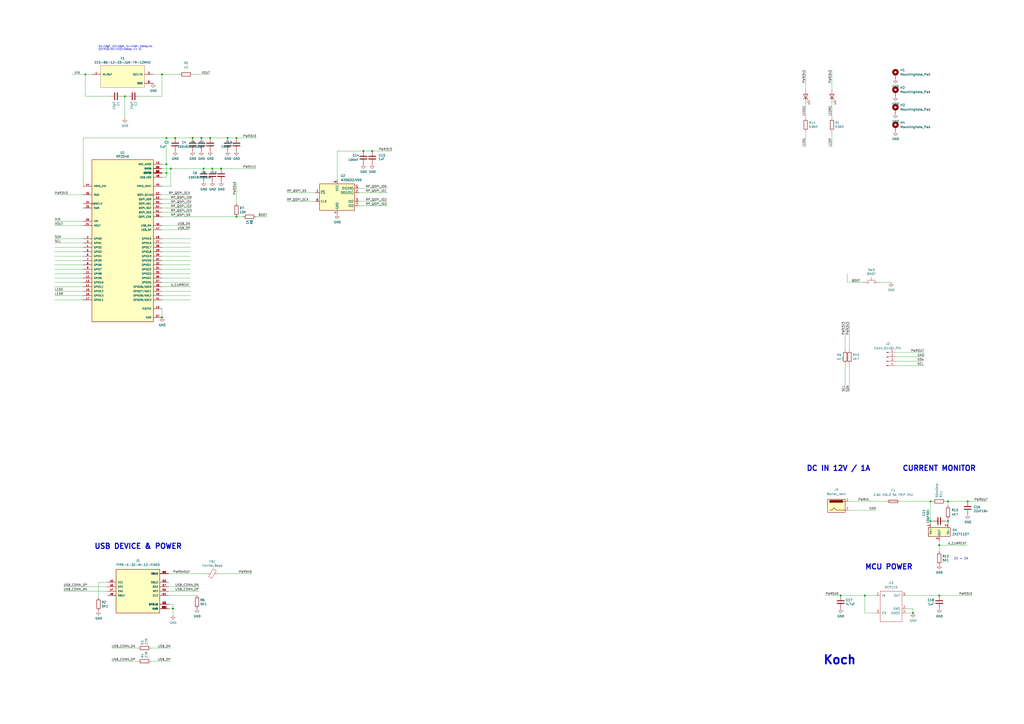
<source format=kicad_sch>
(kicad_sch (version 20231120) (generator "eeschema") (generator_version "8.0")
  (paper "A2")
  (title_block (title "Autofeeder System Controller") (date "2024-07-23") (rev "V0") (company "Copyright © 2024 Lone Dynamics Corporation"))
  (lib_symbols
    (symbol "Amplifier_Current:ZXCT1107" (pin_names (offset 0.254))
      (property "Reference" "U" (at 7.62 1.27 0))
      (property "Value" "ZXCT1107" (at 7.62 -1.27 0))
      (symbol "ZXCT1107_0_1"
        (rectangle (start -6.35 2.54) (end 6.35 -2.54) (stroke (width 0.254)) (fill (type background)))
      )
      (symbol "ZXCT1107_1_1"
        (pin input line (at -5.08 5.08 270) (length 2.54) (name "Vs+") (number "1"))
        (pin input line (at 5.08 5.08 270) (length 2.54) (name "Vs-") (number "2"))
        (pin output line (at 0 -5.08 90) (length 2.54) (name "OUT") (number "3"))
      )
    )
    (symbol "Connector:Barrel_Jack" (pin_names (offset 1.016))
      (property "Reference" "J" (at 0 5.334 0))
      (property "Value" "Barrel_Jack" (at 0 -5.08 0))
      (symbol "Barrel_Jack_0_1"
        (rectangle (start -5.08 3.81) (end 5.08 -3.81) (stroke (width 0.254)) (fill (type background)))
        (arc (start -3.302 3.175) (mid -3.9342 2.54) (end -3.302 1.905) (stroke (width 0.254)))
        (arc (start -3.302 3.175) (mid -3.9342 2.54) (end -3.302 1.905) (stroke (width 0.254)) (fill (type outline)))
        (polyline (pts (xy 5.08 2.54) (xy 3.81 2.54)) (stroke (width 0.254)))
        (polyline (pts (xy -3.81 -2.54) (xy -2.54 -2.54) (xy -1.27 -1.27) (xy 0 -2.54) (xy 2.54 -2.54) (xy 5.08 -2.54)) (stroke (width 0.254)))
        (rectangle (start 3.683 3.175) (end -3.302 1.905) (stroke (width 0.254)) (fill (type outline)))
      )
      (symbol "Barrel_Jack_1_1"
        (pin passive line (at 7.62 2.54 180) (length 2.54) (name "~") (number "1"))
        (pin passive line (at 7.62 -2.54 180) (length 2.54) (name "~") (number "2"))
      )
    )
    (symbol "Connector:Conn_01x04_Pin" (pin_names (offset 1.016) hide)
      (property "Reference" "J" (at 0 5.08 0))
      (property "Value" "Conn_01x04_Pin" (at 0 -7.62 0))
      (symbol "Conn_01x04_Pin_1_1"
        (polyline (pts (xy 1.27 -5.08) (xy 0.8636 -5.08)) (stroke (width 0.1524)))
        (polyline (pts (xy 1.27 -2.54) (xy 0.8636 -2.54)) (stroke (width 0.1524)))
        (polyline (pts (xy 1.27 0) (xy 0.8636 0)) (stroke (width 0.1524)))
        (polyline (pts (xy 1.27 2.54) (xy 0.8636 2.54)) (stroke (width 0.1524)))
        (rectangle (start 0.8636 -4.953) (end 0 -5.207) (stroke (width 0.1524)) (fill (type outline)))
        (rectangle (start 0.8636 -2.413) (end 0 -2.667) (stroke (width 0.1524)) (fill (type outline)))
        (rectangle (start 0.8636 0.127) (end 0 -0.127) (stroke (width 0.1524)) (fill (type outline)))
        (rectangle (start 0.8636 2.667) (end 0 2.413) (stroke (width 0.1524)) (fill (type outline)))
        (pin passive line (at 5.08 2.54 180) (length 3.81) (name "Pin_1") (number "1"))
        (pin passive line (at 5.08 0 180) (length 3.81) (name "Pin_2") (number "2"))
        (pin passive line (at 5.08 -2.54 180) (length 3.81) (name "Pin_3") (number "3"))
        (pin passive line (at 5.08 -5.08 180) (length 3.81) (name "Pin_4") (number "4"))
      )
    )
    (symbol "Device:C" (pin_numbers hide) (pin_names (offset 0.254))
      (property "Reference" "C" (at 0.635 2.54 0))
      (property "Value" "C" (at 0.635 -2.54 0))
      (symbol "C_0_1"
        (polyline (pts (xy -2.032 -0.762) (xy 2.032 -0.762)) (stroke (width 0.508)))
        (polyline (pts (xy -2.032 0.762) (xy 2.032 0.762)) (stroke (width 0.508)))
      )
      (symbol "C_1_1"
        (pin passive line (at 0 3.81 270) (length 2.794) (name "~") (number "1"))
        (pin passive line (at 0 -3.81 90) (length 2.794) (name "~") (number "2"))
      )
    )
    (symbol "Device:Ferrite_Bead" (pin_numbers hide) (pin_names (offset 0))
      (property "Reference" "FB" (at -3.81 0.635 90))
      (property "Value" "Device_Ferrite_Bead" (at 3.81 0 90))
      (symbol "Ferrite_Bead_0_1"
        (polyline (pts (xy 0 -1.27) (xy 0 -1.2192)))
        (polyline (pts (xy 0 1.27) (xy 0 1.2954)))
        (polyline (pts (xy -2.7686 0.4064) (xy -1.7018 2.2606) (xy 2.7686 -0.3048) (xy 1.6764 -2.159) (xy -2.7686 0.4064)))
      )
      (symbol "Ferrite_Bead_1_1"
        (pin passive line (at 0 3.81 270) (length 2.54) (name "~") (number "1"))
        (pin passive line (at 0 -3.81 90) (length 2.54) (name "~") (number "2"))
      )
    )
    (symbol "Device:Fuse" (pin_numbers hide) (pin_names (offset 0))
      (property "Reference" "F" (at 2.032 0 90))
      (property "Value" "Fuse" (at -1.905 0 90))
      (symbol "Fuse_0_1"
        (rectangle (start -0.762 -2.54) (end 0.762 2.54) (stroke (width 0.254)))
        (polyline (pts (xy 0 2.54) (xy 0 -2.54)))
      )
      (symbol "Fuse_1_1"
        (pin passive line (at 0 3.81 270) (length 1.27) (name "~") (number "1"))
        (pin passive line (at 0 -3.81 90) (length 1.27) (name "~") (number "2"))
      )
    )
    (symbol "Device:LED" (pin_numbers hide) (pin_names (offset 1.016) hide)
      (property "Reference" "D" (at 0 2.54 0))
      (property "Value" "LED" (at 0 -2.54 0))
      (symbol "LED_0_1"
        (polyline (pts (xy -1.27 -1.27) (xy -1.27 1.27)) (stroke (width 0.254)))
        (polyline (pts (xy -1.27 0) (xy 1.27 0)))
        (polyline (pts (xy 1.27 -1.27) (xy 1.27 1.27) (xy -1.27 0) (xy 1.27 -1.27)) (stroke (width 0.254)))
        (polyline (pts (xy -3.048 -0.762) (xy -4.572 -2.286) (xy -3.81 -2.286) (xy -4.572 -2.286) (xy -4.572 -1.524)))
        (polyline (pts (xy -1.778 -0.762) (xy -3.302 -2.286) (xy -2.54 -2.286) (xy -3.302 -2.286) (xy -3.302 -1.524)))
      )
      (symbol "LED_1_1"
        (pin passive line (at -3.81 0 0) (length 2.54) (name "K") (number "1"))
        (pin passive line (at 3.81 0 180) (length 2.54) (name "A") (number "2"))
      )
    )
    (symbol "Device:R" (pin_numbers hide) (pin_names (offset 0))
      (property "Reference" "R" (at 2.032 0 90))
      (property "Value" "R" (at 0 0 90))
      (symbol "R_0_1"
        (rectangle (start -1.016 -2.54) (end 1.016 2.54) (stroke (width 0.254)))
      )
      (symbol "R_1_1"
        (pin passive line (at 0 3.81 270) (length 1.27) (name "~") (number "1"))
        (pin passive line (at 0 -3.81 90) (length 1.27) (name "~") (number "2"))
      )
    )
    (symbol "Mechanical:MountingHole_Pad" (pin_numbers hide) (pin_names (offset 1.016) hide)
      (property "Reference" "H" (at 0 6.35 0))
      (property "Value" "MountingHole_Pad" (at 0 4.445 0))
      (symbol "MountingHole_Pad_0_1"
        (circle (center 0 1.27) (radius 1.27) (stroke (width 1.27)))
      )
      (symbol "MountingHole_Pad_1_1"
        (pin input line (at 0 -2.54 90) (length 2.54) (name "1") (number "1"))
      )
    )
    (symbol "Memory_Flash:W25Q32JVSS"
      (property "Reference" "U" (at -8.89 8.89 0))
      (property "Value" "W25Q32JVSS" (at 7.62 8.89 0))
      (symbol "W25Q32JVSS_0_1"
        (rectangle (start -10.16 7.62) (end 10.16 -7.62) (stroke (width 0.254)) (fill (type background)))
      )
      (symbol "W25Q32JVSS_1_1"
        (pin input line (at -12.7 2.54 0) (length 2.54) (name "~{CS}") (number "1"))
        (pin bidirectional line (at 12.7 2.54 180) (length 2.54) (name "DO(IO1)") (number "2"))
        (pin bidirectional line (at 12.7 -2.54 180) (length 2.54) (name "IO2") (number "3"))
        (pin power_in line (at 0 -10.16 90) (length 2.54) (name "GND") (number "4"))
        (pin bidirectional line (at 12.7 5.08 180) (length 2.54) (name "DI(IO0)") (number "5"))
        (pin input line (at -12.7 -2.54 0) (length 2.54) (name "CLK") (number "6"))
        (pin bidirectional line (at 12.7 -5.08 180) (length 2.54) (name "IO3") (number "7"))
        (pin power_in line (at 0 10.16 270) (length 2.54) (name "VCC") (number "8"))
      )
    )
    (symbol "Switch:SW_Push" (pin_numbers hide) (pin_names (offset 1.016) hide)
      (property "Reference" "SW" (at 1.27 2.54 0))
      (property "Value" "SW_Push" (at 0 -1.524 0))
      (symbol "SW_Push_0_1"
        (circle (center -2.032 0) (radius 0.508))
        (polyline (pts (xy 0 1.27) (xy 0 3.048)))
        (polyline (pts (xy 2.54 1.27) (xy -2.54 1.27)))
        (circle (center 2.032 0) (radius 0.508))
        (pin passive line (at -5.08 0 0) (length 2.54) (name "1") (number "1"))
        (pin passive line (at 5.08 0 180) (length 2.54) (name "2") (number "2"))
      )
    )
    (symbol "ld-crystals:ECS-80-12-33-JGN-TR" (pin_names (offset 1.016))
      (property "Reference" "Y" (at -12.7254 7.62 0))
      (property "Value" "ld-crystals_ECS-80-12-33-JGN-TR" (at -12.7254 -7.62 0))
      (symbol "ECS-80-12-33-JGN-TR_0_0"
        (rectangle (start -12.7 -5.08) (end 12.7 7.62) (stroke (width 0.127)) (fill (type background)))
        (pin bidirectional line (at -17.78 2.54 0) (length 5.08) (name "IN/OUT") (number "1"))
        (pin power_in line (at 17.78 -2.54 180) (length 5.08) (name "GND") (number "2"))
        (pin bidirectional line (at 17.78 2.54 180) (length 5.08) (name "OUT/IN") (number "3"))
        (pin power_in line (at 17.78 -2.54 180) (length 5.08) (name "GND") (number "4"))
      )
    )
    (symbol "ld-power:NCP115" (pin_names (offset 1.016))
      (property "Reference" "U" (at 0 3.81 0))
      (property "Value" "NCP115" (at 0 -3.81 0))
      (symbol "NCP115_0_1"
        (rectangle (start -6.35 2.54) (end 6.35 -15.24))
      )
      (symbol "NCP115_1_1"
        (pin bidirectional line (at -8.89 0 0) (length 2.54) (name "IN") (number "1"))
        (pin bidirectional line (at 8.89 -7.62 180) (length 2.54) (name "GND") (number "2"))
        (pin bidirectional line (at -8.89 -10.16 0) (length 2.54) (name "EN") (number "3"))
        (pin bidirectional line (at 8.89 -10.16 180) (length 2.54) (name "GND2") (number "4"))
        (pin bidirectional line (at 8.89 0 180) (length 2.54) (name "OUT") (number "5"))
      )
    )
    (symbol "ld-usbc:TYPE-C-31-M-12-FIXED" (pin_names (offset 1.016))
      (property "Reference" "J1" (at 0 17.78 0))
      (property "Value" "TYPE-C-31-M-12-FIXED" (at 0 15.24 0))
      (symbol "TYPE-C-31-M-12-FIXED_0_0"
        (rectangle (start -12.7 -12.7) (end 12.7 12.7) (stroke (width 0.254)) (fill (type background)))
        (pin power_in line (at 17.78 -10.16 180) (length 5.08) (name "GND") (number "A1"))
        (pin power_in line (at 17.78 -10.16 180) (length 5.08) (name "GND") (number "A12"))
        (pin power_in line (at 17.78 10.16 180) (length 5.08) (name "VBUS") (number "A4"))
        (pin bidirectional line (at -17.78 5.08 0) (length 5.08) (name "CC1") (number "A5"))
        (pin bidirectional line (at -17.78 2.54 0) (length 5.08) (name "DP1") (number "A6"))
        (pin bidirectional line (at -17.78 0 0) (length 5.08) (name "DN1") (number "A7"))
        (pin bidirectional line (at -17.78 -2.54 0) (length 5.08) (name "SBU1") (number "A8"))
        (pin power_in line (at 17.78 10.16 180) (length 5.08) (name "VBUS") (number "A9"))
        (pin power_in line (at 17.78 -10.16 180) (length 5.08) (name "GND") (number "B1"))
        (pin power_in line (at 17.78 -10.16 180) (length 5.08) (name "GND") (number "B12"))
        (pin power_in line (at 17.78 10.16 180) (length 5.08) (name "VBUS") (number "B4"))
        (pin bidirectional line (at 17.78 -2.54 180) (length 5.08) (name "CC2") (number "B5"))
        (pin bidirectional line (at 17.78 0 180) (length 5.08) (name "DP2") (number "B6"))
        (pin bidirectional line (at 17.78 2.54 180) (length 5.08) (name "DN2") (number "B7"))
        (pin bidirectional line (at 17.78 5.08 180) (length 5.08) (name "SBU2") (number "B8"))
        (pin power_in line (at 17.78 10.16 180) (length 5.08) (name "VBUS") (number "B9"))
        (pin passive line (at 17.78 -7.62 180) (length 5.08) (name "SHIELD") (number "S1"))
        (pin passive line (at 17.78 -7.62 180) (length 5.08) (name "SHIELD") (number "S2"))
        (pin passive line (at 17.78 -7.62 180) (length 5.08) (name "SHIELD") (number "S3"))
        (pin passive line (at 17.78 -7.62 180) (length 5.08) (name "SHIELD") (number "S4"))
      )
    )
    (symbol "power:GND" (power) (pin_names (offset 0))
      (property "Value" "GND" (at 0 -3.81 0))
      (symbol "GND_0_1"
        (polyline (pts (xy 0 0) (xy 0 -1.27) (xy 1.27 -1.27) (xy 0 -2.54) (xy -1.27 -1.27) (xy 0 -1.27)))
      )
      (symbol "GND_1_1"
        (pin power_in line (at 0 0 270) (length 0) hide (name "GND") (number "1"))
      )
    )
    (symbol "rp2040:RP2040" (pin_names (offset 1.016))
      (property "Reference" "U" (at -17.78 50.8 0))
      (property "Value" "rp2040_RP2040" (at -17.78 -48.26 0))
      (symbol "RP2040_0_0"
        (rectangle (start -17.78 -45.72) (end 17.78 48.26) (stroke (width 0.254)) (fill (type background)))
        (pin power_in line (at 22.86 40.64 180) (length 5.08) (name "IOVDD") (number "1"))
        (pin power_in line (at 22.86 40.64 180) (length 5.08) (name "IOVDD") (number "10"))
        (pin bidirectional line (at -22.86 -17.78 0) (length 5.08) (name "GPIO8") (number "11"))
        (pin bidirectional line (at -22.86 -20.32 0) (length 5.08) (name "GPIO9") (number "12"))
        (pin bidirectional line (at -22.86 -22.86 0) (length 5.08) (name "GPIO10") (number "13"))
        (pin bidirectional line (at -22.86 -25.4 0) (length 5.08) (name "GPIO11") (number "14"))
        (pin bidirectional line (at -22.86 -27.94 0) (length 5.08) (name "GPIO12") (number "15"))
        (pin bidirectional line (at -22.86 -30.48 0) (length 5.08) (name "GPIO13") (number "16"))
        (pin bidirectional line (at -22.86 -33.02 0) (length 5.08) (name "GPIO14") (number "17"))
        (pin bidirectional line (at 22.86 2.54 180) (length 5.08) (name "GPIO15") (number "18"))
        (pin passive line (at 22.86 -38.1 180) (length 5.08) (name "TESTEN") (number "19"))
        (pin bidirectional line (at -22.86 2.54 0) (length 5.08) (name "GPIO0") (number "2"))
        (pin input line (at -22.86 12.7 0) (length 5.08) (name "XIN") (number "20"))
        (pin output line (at -22.86 10.16 0) (length 5.08) (name "XOUT") (number "21"))
        (pin power_in line (at 22.86 40.64 180) (length 5.08) (name "IOVDD") (number "22"))
        (pin power_in line (at 22.86 43.18 180) (length 5.08) (name "DVDD") (number "23"))
        (pin input clock (at -22.86 22.86 0) (length 5.08) (name "SWCLK") (number "24"))
        (pin bidirectional line (at -22.86 20.32 0) (length 5.08) (name "SWD") (number "25"))
        (pin input line (at -22.86 27.94 0) (length 5.08) (name "RUN") (number "26"))
        (pin bidirectional line (at 22.86 0 180) (length 5.08) (name "GPIO16") (number "27"))
        (pin bidirectional line (at 22.86 -2.54 180) (length 5.08) (name "GPIO17") (number "28"))
        (pin bidirectional line (at 22.86 -5.08 180) (length 5.08) (name "GPIO18") (number "29"))
        (pin bidirectional line (at -22.86 0 0) (length 5.08) (name "GPIO1") (number "3"))
        (pin bidirectional line (at 22.86 -7.62 180) (length 5.08) (name "GPIO19") (number "30"))
        (pin bidirectional line (at 22.86 -10.16 180) (length 5.08) (name "GPIO20") (number "31"))
        (pin bidirectional line (at 22.86 -12.7 180) (length 5.08) (name "GPIO21") (number "32"))
        (pin power_in line (at 22.86 40.64 180) (length 5.08) (name "IOVDD") (number "33"))
        (pin bidirectional line (at 22.86 -15.24 180) (length 5.08) (name "GPIO22") (number "34"))
        (pin bidirectional line (at 22.86 -17.78 180) (length 5.08) (name "GPIO23") (number "35"))
        (pin bidirectional line (at 22.86 -20.32 180) (length 5.08) (name "GPIO24") (number "36"))
        (pin bidirectional line (at 22.86 -22.86 180) (length 5.08) (name "GPIO25") (number "37"))
        (pin bidirectional line (at 22.86 -25.4 180) (length 5.08) (name "GPIO26/ADC0") (number "38"))
        (pin bidirectional line (at 22.86 -27.94 180) (length 5.08) (name "GPIO27/ADC1") (number "39"))
        (pin bidirectional line (at -22.86 -2.54 0) (length 5.08) (name "GPIO2") (number "4"))
        (pin bidirectional line (at 22.86 -30.48 180) (length 5.08) (name "GPIO28/ADC2") (number "40"))
        (pin bidirectional line (at 22.86 -33.02 180) (length 5.08) (name "GPIO29/ADC3") (number "41"))
        (pin power_in line (at 22.86 40.64 180) (length 5.08) (name "IOVDD") (number "42"))
        (pin power_in line (at 22.86 45.72 180) (length 5.08) (name "ADC_AVDD") (number "43"))
        (pin input line (at -22.86 33.02 0) (length 5.08) (name "VREG_VIN") (number "44"))
        (pin output line (at 22.86 33.02 180) (length 5.08) (name "VREG_VOUT") (number "45"))
        (pin bidirectional line (at 22.86 10.16 180) (length 5.08) (name "USB_DM") (number "46"))
        (pin bidirectional line (at 22.86 7.62 180) (length 5.08) (name "USB_DP") (number "47"))
        (pin power_in line (at 22.86 38.1 180) (length 5.08) (name "USB_VDD") (number "48"))
        (pin power_in line (at 22.86 40.64 180) (length 5.08) (name "IOVDD") (number "49"))
        (pin bidirectional line (at -22.86 -5.08 0) (length 5.08) (name "GPIO3") (number "5"))
        (pin power_in line (at 22.86 43.18 180) (length 5.08) (name "DVDD") (number "50"))
        (pin bidirectional line (at 22.86 17.78 180) (length 5.08) (name "QSPI_SD3") (number "51"))
        (pin bidirectional clock (at 22.86 27.94 180) (length 5.08) (name "QSPI_SCLK") (number "52"))
        (pin bidirectional line (at 22.86 25.4 180) (length 5.08) (name "QSPI_SD0") (number "53"))
        (pin bidirectional line (at 22.86 20.32 180) (length 5.08) (name "QSPI_SD2") (number "54"))
        (pin bidirectional line (at 22.86 22.86 180) (length 5.08) (name "QSPI_SD1") (number "55"))
        (pin bidirectional line (at 22.86 15.24 180) (length 5.08) (name "QSPI_CSN") (number "56"))
        (pin power_in line (at 22.86 -43.18 180) (length 5.08) (name "GND") (number "57"))
        (pin bidirectional line (at -22.86 -7.62 0) (length 5.08) (name "GPIO4") (number "6"))
        (pin bidirectional line (at -22.86 -10.16 0) (length 5.08) (name "GPIO5") (number "7"))
        (pin bidirectional line (at -22.86 -12.7 0) (length 5.08) (name "GPIO6") (number "8"))
        (pin bidirectional line (at -22.86 -15.24 0) (length 5.08) (name "GPIO7") (number "9"))
      )
    )
  )
  (junction (at 49.53 43.18))
  (junction (at 93.98 43.18))
  (junction (at 111.76 80.01))
  (junction (at 549.91 290.83))
  (junction (at 137.16 125.73))
  (junction (at 101.6 80.01))
  (junction (at 121.92 80.01))
  (junction (at 100.33 353.06))
  (junction (at 549.91 302.26))
  (junction (at 544.83 345.44))
  (junction (at 99.06 97.79))
  (junction (at 118.11 97.79))
  (junction (at 96.52 80.01))
  (junction (at 93.98 184.15))
  (junction (at 215.9 87.63))
  (junction (at 210.82 87.63))
  (junction (at 116.84 80.01))
  (junction (at 539.75 290.83))
  (junction (at 128.27 97.79))
  (junction (at 544.83 316.23))
  (junction (at 123.19 97.79))
  (junction (at 561.34 290.83))
  (junction (at 96.52 95.25))
  (junction (at 539.75 302.26))
  (junction (at 501.65 345.44))
  (junction (at 132.08 80.01))
  (junction (at 72.39 55.88))
  (junction (at 137.16 80.01))
  (junction (at 529.59 355.6))
  (junction (at 487.68 345.44))
  (junction (at 96.52 100.33))
  (wire (pts (xy 48.26 107.95) (xy 48.26 80.01)))
  (wire (pts (xy 48.26 113.03) (xy 31.75 113.03)))
  (wire (pts (xy 111.76 80.01) (xy 116.84 80.01)))
  (wire (pts (xy 492.76 227.33) (xy 492.76 210.82)))
  (wire (pts (xy 491.49 163.83) (xy 500.38 163.83)))
  (wire (pts (xy 110.49 146.05) (xy 93.98 146.05)))
  (wire (pts (xy 96.52 95.25) (xy 96.52 80.01)))
  (wire (pts (xy 97.79 340.36) (xy 115.57 340.36)))
  (wire (pts (xy 110.49 166.37) (xy 93.98 166.37)))
  (wire (pts (xy 539.75 290.83) (xy 539.75 302.26)))
  (wire (pts (xy 93.98 107.95) (xy 99.06 107.95)))
  (wire (pts (xy 93.98 100.33) (xy 96.52 100.33)))
  (wire (pts (xy 36.83 340.36) (xy 62.23 340.36)))
  (wire (pts (xy 110.49 133.35) (xy 93.98 133.35)))
  (wire (pts (xy 544.83 313.69) (xy 544.83 316.23)))
  (wire (pts (xy 137.16 80.01) (xy 148.59 80.01)))
  (wire (pts (xy 93.98 55.88) (xy 93.98 43.18)))
  (wire (pts (xy 535.94 209.55) (xy 519.43 209.55)))
  (wire (pts (xy 210.82 87.63) (xy 215.9 87.63)))
  (wire (pts (xy 64.77 383.54) (xy 80.01 383.54)))
  (wire (pts (xy 128.27 97.79) (xy 148.59 97.79)))
  (wire (pts (xy 97.79 350.52) (xy 100.33 350.52)))
  (wire (pts (xy 110.49 168.91) (xy 93.98 168.91)))
  (wire (pts (xy 48.26 148.59) (xy 31.75 148.59)))
  (wire (pts (xy 110.49 151.13) (xy 93.98 151.13)))
  (wire (pts (xy 53.34 43.18) (xy 49.53 43.18)))
  (wire (pts (xy 516.89 163.83) (xy 510.54 163.83)))
  (wire (pts (xy 544.83 345.44) (xy 525.78 345.44)))
  (wire (pts (xy 525.78 355.6) (xy 529.59 355.6)))
  (wire (pts (xy 93.98 125.73) (xy 137.16 125.73)))
  (wire (pts (xy 549.91 300.99) (xy 549.91 302.26)))
  (wire (pts (xy 96.52 100.33) (xy 96.52 95.25)))
  (wire (pts (xy 549.91 290.83) (xy 549.91 293.37)))
  (wire (pts (xy 96.52 102.87) (xy 96.52 100.33)))
  (wire (pts (xy 64.77 375.92) (xy 80.01 375.92)))
  (wire (pts (xy 110.49 123.19) (xy 93.98 123.19)))
  (wire (pts (xy 87.63 383.54) (xy 99.06 383.54)))
  (wire (pts (xy 135.89 106.68) (xy 137.16 106.68)))
  (wire (pts (xy 110.49 161.29) (xy 93.98 161.29)))
  (wire (pts (xy 492.76 295.91) (xy 508 295.91)))
  (wire (pts (xy 132.08 80.01) (xy 137.16 80.01)))
  (wire (pts (xy 48.26 138.43) (xy 31.75 138.43)))
  (wire (pts (xy 100.33 353.06) (xy 97.79 353.06)))
  (wire (pts (xy 544.83 345.44) (xy 563.88 345.44)))
  (wire (pts (xy 110.49 130.81) (xy 93.98 130.81)))
  (wire (pts (xy 492.76 290.83) (xy 514.35 290.83)))
  (wire (pts (xy 36.83 342.9) (xy 62.23 342.9)))
  (wire (pts (xy 97.79 342.9) (xy 115.57 342.9)))
  (wire (pts (xy 123.19 97.79) (xy 128.27 97.79)))
  (wire (pts (xy 487.68 345.44) (xy 501.65 345.44)))
  (wire (pts (xy 539.75 290.83) (xy 541.02 290.83)))
  (wire (pts (xy 57.15 346.71) (xy 57.15 337.82)))
  (wire (pts (xy 48.26 130.81) (xy 31.75 130.81)))
  (wire (pts (xy 110.49 173.99) (xy 93.98 173.99)))
  (wire (pts (xy 492.76 203.2) (xy 492.76 186.69)))
  (wire (pts (xy 561.34 290.83) (xy 572.77 290.83)))
  (wire (pts (xy 529.59 353.06) (xy 529.59 355.6)))
  (wire (pts (xy 96.52 80.01) (xy 101.6 80.01)))
  (wire (pts (xy 491.49 158.75) (xy 491.49 163.83)))
  (wire (pts (xy 93.98 97.79) (xy 99.06 97.79)))
  (wire (pts (xy 195.58 87.63) (xy 195.58 104.14)))
  (wire (pts (xy 490.22 227.33) (xy 490.22 210.82)))
  (wire (pts (xy 119.38 332.74) (xy 97.79 332.74)))
  (wire (pts (xy 48.26 153.67) (xy 31.75 153.67)))
  (wire (pts (xy 482.6 85.09) (xy 482.6 76.2)))
  (wire (pts (xy 467.36 85.09) (xy 467.36 76.2)))
  (wire (pts (xy 72.39 55.88) (xy 71.12 55.88)))
  (wire (pts (xy 501.65 355.6) (xy 501.65 345.44)))
  (wire (pts (xy 110.49 115.57) (xy 93.98 115.57)))
  (wire (pts (xy 49.53 55.88) (xy 49.53 43.18)))
  (wire (pts (xy 48.26 171.45) (xy 31.75 171.45)))
  (wire (pts (xy 48.26 140.97) (xy 31.75 140.97)))
  (wire (pts (xy 110.49 140.97) (xy 93.98 140.97)))
  (wire (pts (xy 48.26 80.01) (xy 96.52 80.01)))
  (wire (pts (xy 137.16 106.68) (xy 137.16 118.11)))
  (wire (pts (xy 72.39 55.88) (xy 72.39 68.58)))
  (wire (pts (xy 110.49 156.21) (xy 93.98 156.21)))
  (wire (pts (xy 224.79 109.22) (xy 208.28 109.22)))
  (wire (pts (xy 482.6 68.58) (xy 482.6 59.69)))
  (wire (pts (xy 99.06 107.95) (xy 99.06 97.79)))
  (wire (pts (xy 41.91 43.18) (xy 49.53 43.18)))
  (wire (pts (xy 490.22 203.2) (xy 490.22 186.69)))
  (wire (pts (xy 93.98 43.18) (xy 88.9 43.18)))
  (wire (pts (xy 48.26 146.05) (xy 31.75 146.05)))
  (wire (pts (xy 111.76 43.18) (xy 121.92 43.18)))
  (wire (pts (xy 224.79 116.84) (xy 208.28 116.84)))
  (wire (pts (xy 110.49 148.59) (xy 93.98 148.59)))
  (wire (pts (xy 48.26 143.51) (xy 31.75 143.51)))
  (wire (pts (xy 478.79 345.44) (xy 487.68 345.44)))
  (wire (pts (xy 48.26 163.83) (xy 31.75 163.83)))
  (wire (pts (xy 224.79 111.76) (xy 208.28 111.76)))
  (wire (pts (xy 100.33 356.87) (xy 100.33 353.06)))
  (wire (pts (xy 110.49 138.43) (xy 93.98 138.43)))
  (wire (pts (xy 57.15 337.82) (xy 62.23 337.82)))
  (wire (pts (xy 467.36 52.07) (xy 467.36 40.64)))
  (wire (pts (xy 110.49 171.45) (xy 93.98 171.45)))
  (wire (pts (xy 73.66 55.88) (xy 72.39 55.88)))
  (wire (pts (xy 548.64 290.83) (xy 549.91 290.83)))
  (wire (pts (xy 182.88 111.76) (xy 166.37 111.76)))
  (wire (pts (xy 87.63 375.92) (xy 99.06 375.92)))
  (wire (pts (xy 195.58 87.63) (xy 210.82 87.63)))
  (wire (pts (xy 110.49 143.51) (xy 93.98 143.51)))
  (wire (pts (xy 154.94 125.73) (xy 148.59 125.73)))
  (wire (pts (xy 116.84 80.01) (xy 121.92 80.01)))
  (wire (pts (xy 501.65 345.44) (xy 508 345.44)))
  (wire (pts (xy 467.36 68.58) (xy 467.36 59.69)))
  (wire (pts (xy 110.49 153.67) (xy 93.98 153.67)))
  (wire (pts (xy 182.88 116.84) (xy 166.37 116.84)))
  (wire (pts (xy 549.91 302.26) (xy 549.91 303.53)))
  (wire (pts (xy 110.49 118.11) (xy 93.98 118.11)))
  (wire (pts (xy 127 332.74) (xy 146.05 332.74)))
  (wire (pts (xy 101.6 80.01) (xy 111.76 80.01)))
  (wire (pts (xy 549.91 290.83) (xy 561.34 290.83)))
  (wire (pts (xy 118.11 97.79) (xy 123.19 97.79)))
  (wire (pts (xy 93.98 95.25) (xy 96.52 95.25)))
  (wire (pts (xy 48.26 168.91) (xy 31.75 168.91)))
  (wire (pts (xy 548.64 302.26) (xy 549.91 302.26)))
  (wire (pts (xy 48.26 158.75) (xy 31.75 158.75)))
  (wire (pts (xy 48.26 173.99) (xy 31.75 173.99)))
  (wire (pts (xy 99.06 97.79) (xy 118.11 97.79)))
  (wire (pts (xy 110.49 120.65) (xy 93.98 120.65)))
  (wire (pts (xy 224.79 119.38) (xy 208.28 119.38)))
  (wire (pts (xy 544.83 316.23) (xy 561.34 316.23)))
  (wire (pts (xy 93.98 102.87) (xy 96.52 102.87)))
  (wire (pts (xy 482.6 52.07) (xy 482.6 40.64)))
  (wire (pts (xy 48.26 151.13) (xy 31.75 151.13)))
  (wire (pts (xy 525.78 353.06) (xy 529.59 353.06)))
  (wire (pts (xy 544.83 316.23) (xy 544.83 320.04)))
  (wire (pts (xy 97.79 345.44) (xy 114.3 345.44)))
  (wire (pts (xy 48.26 128.27) (xy 31.75 128.27)))
  (wire (pts (xy 110.49 158.75) (xy 93.98 158.75)))
  (wire (pts (xy 110.49 113.03) (xy 93.98 113.03)))
  (wire (pts (xy 508 355.6) (xy 501.65 355.6)))
  (wire (pts (xy 521.97 290.83) (xy 539.75 290.83)))
  (wire (pts (xy 48.26 161.29) (xy 31.75 161.29)))
  (wire (pts (xy 535.94 207.01) (xy 519.43 207.01)))
  (wire (pts (xy 48.26 166.37) (xy 31.75 166.37)))
  (wire (pts (xy 535.94 204.47) (xy 519.43 204.47)))
  (wire (pts (xy 63.5 55.88) (xy 49.53 55.88)))
  (wire (pts (xy 539.75 302.26) (xy 541.02 302.26)))
  (wire (pts (xy 535.94 212.09) (xy 519.43 212.09)))
  (wire (pts (xy 121.92 80.01) (xy 132.08 80.01)))
  (wire (pts (xy 93.98 43.18) (xy 104.14 43.18)))
  (wire (pts (xy 93.98 179.07) (xy 93.98 184.15)))
  (wire (pts (xy 48.26 156.21) (xy 31.75 156.21)))
  (wire (pts (xy 81.28 55.88) (xy 93.98 55.88)))
  (wire (pts (xy 137.16 125.73) (xy 140.97 125.73)))
  (wire (pts (xy 110.49 163.83) (xy 93.98 163.83)))
  (wire (pts (xy 539.75 302.26) (xy 539.75 303.53)))
  (wire (pts (xy 215.9 87.63) (xy 227.33 87.63)))
  (wire (pts (xy 100.33 350.52) (xy 100.33 353.06)))
  (text "MCU POWER" (at 515.62 328.93 0) (effects (font (size 3 3) (thickness 0.6) (bold yes))))
  (text "C1=15pF, C2=15pF, CL=12pF, Cstray=5,\n(C1*C2)/(C1+C2)+Cstray == CL" (at 57.15 29.21 0) (effects (font (size 0.9906 0.9906)) (justify left bottom)))
  (text "Koch" (at 477.266 385.826 0) (effects (font (size 5 5) (thickness 1) (bold yes)) (justify left bottom)))
  (text "USB DEVICE & POWER" (at 54.61 318.77 0) (effects (font (size 3 3) (thickness 0.6) (bold yes)) (justify left bottom)))
  (text "2V = 2A" (at 557.53 324.104 0) (effects (font (size 1.27 1.27))))
  (text "CURRENT MONITOR" (at 544.83 271.78 0) (effects (font (size 3 3) (thickness 0.6) (bold yes))))
  (text "DC IN 12V / 1A" (at 486.41 271.78 0) (effects (font (size 3 3) (thickness 0.6) (bold yes))))
  (label "A_CURRENT" (at 99.06 166.37 0))
  (label "LEDR" (at 31.75 171.45 0))
  (label "USB_CONN_DN" (at 64.77 375.92 0))
  (label "USB_DP" (at 91.44 383.54 0))
  (label "USB_CONN_DP" (at 36.83 340.36 0))
  (label "PWROUT" (at 528.32 204.47 0))
  (label "SDA" (at 31.75 138.43 0))
  (label "LEDGC" (at 467.36 67.31 90))
  (label "PWR5V0" (at 478.79 345.44 0))
  (label "A_CURRENT" (at 549.91 316.23 0))
  (label "XOUT" (at 116.84 43.18 0))
  (label "RP_QSPI_SCK" (at 166.37 116.84 0))
  (label "USB_CONN_DN" (at 36.83 342.9 0))
  (label "LEDR" (at 482.6 85.09 90))
  (label "PWROUT" (at 565.15 290.83 0))
  (label "PWR3V3" (at 482.6 48.26 90))
  (label "PWR5V0" (at 138.43 332.74 0))
  (label "PWR3V3" (at 140.97 80.01 0))
  (label "BOOT" (at 149.86 125.73 0))
  (label "SCL" (at 490.22 223.52 270))
  (label "RP_QSPI_SS" (at 99.06 125.73 0))
  (label "PWR3V3" (at 492.76 194.31 90))
  (label "RP_QSPI_IO2" (at 212.09 116.84 0))
  (label "XIN" (at 43.18 43.18 0))
  (label "USB_DN" (at 91.44 375.92 0))
  (label "SCL" (at 532.13 212.09 0))
  (label "PWR3V3" (at 137.16 113.03 90))
  (label "RP_QSPI_IO1" (at 212.09 111.76 0))
  (label "USB_DP" (at 102.87 133.35 0))
  (label "PWR3V3" (at 490.22 194.31 90))
  (label "PWR3V3" (at 39.37 113.03 180))
  (label "LEDG" (at 31.75 168.91 0))
  (label "RP_QSPI_SS" (at 166.37 111.76 0))
  (label "SDA" (at 492.76 223.52 270))
  (label "XOUT" (at 31.75 130.81 0))
  (label "RP_QSPI_IO3" (at 212.09 119.38 0))
  (label "PWR3V3" (at 219.71 87.63 0))
  (label "USB_CONN_DP" (at 64.77 383.54 0))
  (label "USB_DN" (at 102.87 130.81 0))
  (label "PWR5V0UF" (at 100.33 332.74 0))
  (label "USB_CONN_DP" (at 101.6 342.9 0))
  (label "PWRIN" (at 497.84 290.83 0))
  (label "SDA" (at 532.13 209.55 0))
  (label "BOOT" (at 494.03 163.83 0))
  (label "RP_QSPI_SCK" (at 97.79 113.03 0))
  (label "PWR3V3" (at 467.36 48.26 90))
  (label "SCL" (at 31.75 140.97 0))
  (label "GND" (at 504.19 295.91 0))
  (label "RP_QSPI_IO3" (at 99.06 123.19 0))
  (label "XIN" (at 31.75 128.27 0))
  (label "PWR3V3" (at 556.26 345.44 0))
  (label "PWR1V1" (at 140.97 97.79 0))
  (label "RP_QSPI_IO2" (at 99.06 120.65 0))
  (label "RP_QSPI_IO0" (at 212.09 109.22 0))
  (label "GND" (at 532.13 207.01 0))
  (label "LEDRC" (at 482.6 67.31 90))
  (label "RP_QSPI_IO0" (at 99.06 115.57 0))
  (label "LEDG" (at 467.36 85.09 90))
  (label "USB_CONN_DN" (at 101.6 340.36 0))
  (label "RP_QSPI_IO1" (at 99.06 118.11 0))
  (symbol (lib_id "Device:Ferrite_Bead") (at 123.19 332.74 270) (unit 1)
    (property "Reference" "FB1" (at 123.19 325.7804 90))
    (property "Value" "Ferrite_Bead" (at 123.19 328.0918 90))
    (property "Footprint" "Resistor_SMD:R_0603_1608Metric" (effects (hide yes)))
  )
  (symbol (lib_id "Device:R") (at 57.15 350.52 0) (unit 1)
    (property "Reference" "R2" (at 58.928 349.3516 0) (effects (justify left)))
    (property "Value" "5K1" (at 58.928 351.663 0) (effects (justify left)))
    (property "Footprint" "Resistor_SMD:R_0603_1608Metric" (effects (hide yes)))
  )
  (symbol (lib_id "Device:R") (at 114.3 349.25 0) (unit 1)
    (property "Reference" "R6" (at 116.078 348.0816 0) (effects (justify left)))
    (property "Value" "5K1" (at 116.078 350.393 0) (effects (justify left)))
    (property "Footprint" "Resistor_SMD:R_0603_1608Metric" (effects (hide yes)))
  )
  (symbol (lib_id "power:GND") (at 114.3 353.06 0) (unit 1)
    (property "Reference" "#PWR08" (effects (hide yes)))
    (property "Value" "GND" (at 114.427 357.4542 0))
  )
  (symbol (lib_id "power:GND") (at 57.15 354.33 0) (unit 1)
    (property "Reference" "#PWR01" (effects (hide yes)))
    (property "Value" "GND" (at 57.277 358.7242 0))
  )
  (symbol (lib_id "Device:C") (at 77.47 55.88 270) (unit 1)
    (property "Reference" "C2" (at 78.6384 58.801 0) (effects (justify left)))
    (property "Value" "15pF" (at 76.327 58.801 0) (effects (justify left)))
    (property "Footprint" "Capacitor_SMD:C_0603_1608Metric" (effects (hide yes)))
  )
  (symbol (lib_id "Device:C") (at 67.31 55.88 270) (unit 1)
    (property "Reference" "C1" (at 68.4784 58.801 0) (effects (justify left)))
    (property "Value" "15pF" (at 66.167 58.801 0) (effects (justify left)))
    (property "Footprint" "Capacitor_SMD:C_0603_1608Metric" (effects (hide yes)))
  )
  (symbol (lib_id "power:GND") (at 72.39 68.58 0) (unit 1)
    (property "Reference" "#PWR02" (effects (hide yes)))
    (property "Value" "GND" (at 72.517 72.9742 0))
  )
  (symbol (lib_id "ld-crystals:ECS-80-12-33-JGN-TR") (at 71.12 45.72 0) (unit 1)
    (property "Reference" "Y1" (at 71.12 33.909 0))
    (property "Value" "ECS-80-12-33-JGN-TR-12MHZ" (at 71.12 36.2204 0))
    (property "Footprint" "LD-CRYSTALS:XTAL_ECS-240-8-33-AGN-TR" (effects (hide yes)))
    (property "MF" "ECS INC" (effects (hide yes)))
    (property "DESCRIPTION" "The sub miniature ECX-32 is a compact SMD Crystal." (effects (hide yes)))
    (property "MP" "ECX-32" (effects (hide yes)))
    (property "STANDARD" "Manufacturer recommendations" (effects (hide yes)))
    (property "AVAILABILITY" "Good" (effects (hide yes)))
    (property "PACKAGE" "SMD-4 ECX" (effects (hide yes)))
  )
  (symbol (lib_id "power:GND") (at 88.9 48.26 0) (unit 1)
    (property "Reference" "#PWR03" (effects (hide yes)))
    (property "Value" "GND" (at 89.027 52.6542 0))
  )
  (symbol (lib_id "Switch:SW_Push") (at 505.46 163.83 0) (unit 1)
    (property "Reference" "SW3" (at 505.46 156.591 0))
    (property "Value" "BOOT" (at 505.46 158.9024 0))
    (property "Footprint" "Button_Switch_THT:SW_Tactile_SPST_Angled_PTS645Vx39-2LFS" (effects (hide yes)))
  )
  (symbol (lib_id "Device:R") (at 144.78 125.73 270) (unit 1)
    (property "Reference" "R8" (at 145.9484 127.508 0) (effects (justify left)))
    (property "Value" "1K" (at 143.637 127.508 0) (effects (justify left)))
    (property "Footprint" "Resistor_SMD:R_0603_1608Metric" (effects (hide yes)))
  )
  (symbol (lib_id "power:GND") (at 516.89 163.83 0) (unit 1)
    (property "Reference" "#PWR033" (effects (hide yes)))
    (property "Value" "GND" (at 517.017 168.2242 0))
  )
  (symbol (lib_id "Device:C") (at 544.83 302.26 90) (mirror x) (unit 1)
    (property "Reference" "C11" (at 535.94 295.402 0) (effects (justify left)))
    (property "Value" "10pF50v" (at 538.2514 295.402 0) (effects (justify left)))
    (property "Footprint" "Capacitor_SMD:C_0603_1608Metric" (effects (hide yes)))
  )
  (symbol (lib_id "Device:R") (at 544.83 323.85 0) (unit 1)
    (property "Reference" "R12" (at 546.608 322.6816 0) (effects (justify left)))
    (property "Value" "5K1" (at 546.608 324.993 0) (effects (justify left)))
    (property "Footprint" "Resistor_SMD:R_0603_1608Metric" (effects (hide yes)))
  )
  (symbol (lib_id "Device:R") (at 544.83 290.83 270) (unit 1)
    (property "Reference" "R11" (at 545.846 284.734 0) (effects (justify left)))
    (property "Value" "50mOhm" (at 543.5346 280.162 0) (effects (justify left)))
    (property "Footprint" "Resistor_SMD:R_1206_3216Metric" (effects (hide yes)))
  )
  (symbol (lib_id "power:GND") (at 137.16 87.63 0) (unit 1)
    (property "Reference" "#PWR017" (effects (hide yes)))
    (property "Value" "GND" (at 137.287 92.0242 0))
  )
  (symbol (lib_id "Device:R") (at 490.22 207.01 0) (unit 1)
    (property "Reference" "R9" (at 485.394 205.994 0) (effects (justify left)))
    (property "Value" "4K7" (at 485.394 208.3054 0) (effects (justify left)))
    (property "Footprint" "Resistor_SMD:R_0603_1608Metric" (effects (hide yes)))
  )
  (symbol (lib_id "Device:LED") (at 482.6 55.88 90) (unit 1)
    (property "Reference" "D2" (effects (hide yes)))
    (property "Value" "LEDR" (effects (hide yes)))
    (property "Footprint" "LED_SMD:LED_0603_1608Metric" (effects (hide yes)))
  )
  (symbol (lib_id "power:GND") (at 121.92 87.63 0) (unit 1)
    (property "Reference" "#PWR011" (effects (hide yes)))
    (property "Value" "GND" (at 122.047 92.0242 0))
  )
  (symbol (lib_id "Device:R") (at 467.36 72.39 0) (unit 1)
    (property "Reference" "R14" (at 469.138 71.2216 0) (effects (justify left)))
    (property "Value" "536R" (at 469.138 73.533 0) (effects (justify left)))
    (property "Footprint" "Resistor_SMD:R_0603_1608Metric" (effects (hide yes)))
  )
  (symbol (lib_id "power:GND") (at 544.83 327.66 0) (unit 1)
    (property "Reference" "#PWR015" (effects (hide yes)))
    (property "Value" "GND" (at 544.957 332.0542 0))
  )
  (symbol (lib_id "Mechanical:MountingHole_Pad") (at 519.43 53.34 0) (unit 1)
    (property "Reference" "H2" (at 522.224 50.7999 0) (effects (justify left)))
    (property "Value" "MountingHole_Pad" (at 522.224 53.3399 0) (effects (justify left)))
    (property "Footprint" "MountingHole:MountingHole_3.2mm_M3_ISO14580_Pad" (effects (hide yes)))
  )
  (symbol (lib_id "Device:R") (at 492.76 207.01 0) (unit 1)
    (property "Reference" "R10" (at 494.538 205.8416 0) (effects (justify left)))
    (property "Value" "4K7" (at 494.538 208.153 0) (effects (justify left)))
    (property "Footprint" "Resistor_SMD:R_0603_1608Metric" (effects (hide yes)))
  )
  (symbol (lib_id "Device:Fuse") (at 518.16 290.83 90) (unit 1)
    (property "Reference" "F1" (at 518.16 284.48 90))
    (property "Value" "2.6A HOLD 5A TRIP 24V" (at 518.16 287.02 90))
    (property "Footprint" "Fuse:Fuse_1210_3225Metric" (effects (hide yes)))
    (property "Description" "Fuse" (effects (hide yes)))
  )
  (symbol (lib_id "Device:C") (at 123.19 101.6 0) (unit 1)
    (property "Reference" "C8" (at 116.84 100.33 0) (effects (justify left)))
    (property "Value" "100nF" (at 114.3 102.87 0) (effects (justify left)))
    (property "Footprint" "Capacitor_SMD:C_0603_1608Metric" (effects (hide yes)))
  )
  (symbol (lib_id "Device:R") (at 482.6 72.39 0) (unit 1)
    (property "Reference" "R1" (at 484.378 71.2216 0) (effects (justify left)))
    (property "Value" "536R" (at 484.378 73.533 0) (effects (justify left)))
    (property "Footprint" "Resistor_SMD:R_0603_1608Metric" (effects (hide yes)))
  )
  (symbol (lib_id "Mechanical:MountingHole_Pad") (at 519.43 43.18 0) (unit 1)
    (property "Reference" "H1" (at 522.224 40.6399 0) (effects (justify left)))
    (property "Value" "MountingHole_Pad" (at 522.224 43.1799 0) (effects (justify left)))
    (property "Footprint" "MountingHole:MountingHole_3.2mm_M3_ISO14580_Pad" (effects (hide yes)))
  )
  (symbol (lib_id "Memory_Flash:W25Q32JVSS") (at 195.58 114.3 0) (unit 1)
    (property "Reference" "U2" (at 197.5994 101.854 0) (effects (justify left)))
    (property "Value" "W25Q32JVSS" (at 197.5994 104.394 0) (effects (justify left)))
    (property "Footprint" "Package_SO:SOIC-8_3.9x4.9mm_P1.27mm" (effects (hide yes)))
    (property "Datasheet" "http://www.winbond.com/resource-files/w25q32jv%20revg%2003272018%20plus.pdf" (effects (hide yes)))
  )
  (symbol (lib_id "ld-usbc:TYPE-C-31-M-12-FIXED") (at 80.01 342.9 0) (unit 1)
    (property "Reference" "J1" (at 80.01 325.12 0))
    (property "Value" "TYPE-C-31-M-12-FIXED" (at 80.01 327.66 0))
    (property "Footprint" "LD-CONNECTORS:USB_C_Receptacle_HRO_TYPE-C-31-M-12-BIG-PADS" (effects (hide yes)))
    (property "MAXIMUM_PACKAGE_HEIGHT" "3.31mm" (effects (hide yes)))
    (property "MANUFACTURER" "HRO Electronics" (effects (hide yes)))
    (property "PARTREV" "A" (effects (hide yes)))
    (property "STANDARD" "Manufacturer Recommendations" (effects (hide yes)))
  )
  (symbol (lib_id "Device:C") (at 118.11 101.6 0) (unit 1)
    (property "Reference" "C6" (at 111.76 100.33 0) (effects (justify left)))
    (property "Value" "100nF" (at 109.22 102.87 0) (effects (justify left)))
    (property "Footprint" "Capacitor_SMD:C_0603_1608Metric" (effects (hide yes)))
  )
  (symbol (lib_id "power:GND") (at 529.59 355.6 0) (unit 1)
    (property "Reference" "#PWR031" (effects (hide yes)))
    (property "Value" "GND" (at 529.717 359.9942 0))
  )
  (symbol (lib_id "Connector:Barrel_Jack") (at 485.14 293.37 0) (unit 1)
    (property "Reference" "J3" (at 485.14 283.972 0))
    (property "Value" "Barrel_Jack" (at 485.14 286.512 0))
    (property "Footprint" "Connector_BarrelJack:BarrelJack_GCT_DCJ200-10-A_Horizontal" (effects (hide yes)))
  )
  (symbol (lib_id "ld-power:NCP115") (at 516.89 345.44 0) (unit 1)
    (property "Reference" "U3" (at 516.89 338.074 0))
    (property "Value" "NCP115" (at 516.89 340.614 0))
    (property "Footprint" "Package_SO:TSOP-5_1.65x3.05mm_P0.95mm" (effects (hide yes)))
  )
  (symbol (lib_id "Device:C") (at 137.16 83.82 0) (unit 1)
    (property "Reference" "C13" (at 130.81 82.55 0) (effects (justify left)))
    (property "Value" "100nF" (at 128.27 85.09 0) (effects (justify left)))
    (property "Footprint" "Capacitor_SMD:C_0603_1608Metric" (effects (hide yes)))
  )
  (symbol (lib_id "Device:C") (at 132.08 83.82 0) (unit 1)
    (property "Reference" "C12" (effects (hide yes)))
    (property "Value" "100nF" (effects (hide yes)))
    (property "Footprint" "Capacitor_SMD:C_0603_1608Metric" (effects (hide yes)))
  )
  (symbol (lib_id "power:GND") (at 101.6 87.63 0) (unit 1)
    (property "Reference" "#PWR06" (effects (hide yes)))
    (property "Value" "GND" (at 101.727 92.0242 0))
  )
  (symbol (lib_id "power:GND") (at 519.43 66.04 0) (unit 1)
    (property "Reference" "#PWR027" (effects (hide yes)))
    (property "Value" "GND" (at 519.557 70.4342 0))
  )
  (symbol (lib_id "power:GND") (at 116.84 87.63 0) (unit 1)
    (property "Reference" "#PWR09" (effects (hide yes)))
    (property "Value" "GND" (at 116.967 92.0242 0))
  )
  (symbol (lib_id "Device:R") (at 107.95 43.18 90) (unit 1)
    (property "Reference" "R5" (at 107.95 36.576 90))
    (property "Value" "1K" (at 107.95 39.116 90))
    (property "Footprint" "Resistor_SMD:R_0603_1608Metric" (effects (hide yes)))
  )
  (symbol (lib_id "power:GND") (at 210.82 95.25 0) (unit 1)
    (property "Reference" "#PWR021" (effects (hide yes)))
    (property "Value" "GND" (at 210.947 99.6442 0))
  )
  (symbol (lib_id "Device:C") (at 561.34 294.64 0) (mirror y) (unit 1)
    (property "Reference" "C16" (at 568.706 294.132 0) (effects (justify left)))
    (property "Value" "22uF16v" (at 573.024 296.418 0) (effects (justify left)))
    (property "Footprint" "Capacitor_SMD:C_0805_2012Metric" (effects (hide yes)))
  )
  (symbol (lib_id "Amplifier_Current:ZXCT1107") (at 544.83 308.61 0) (unit 1)
    (property "Reference" "U4" (at 552.45 307.3399 0) (effects (justify left)))
    (property "Value" "ZXCT1107" (at 552.45 309.8799 0) (effects (justify left)))
    (property "Footprint" "Package_TO_SOT_SMD:SOT-23" (effects (hide yes)))
    (property "Datasheet" "https://www.diodes.com/assets/Datasheets/ZXCT1107_10.pdf" (effects (hide yes)))
    (property "Description" "Low Power High-Side Current Monitors, SOT-23" (effects (hide yes)))
  )
  (symbol (lib_id "power:GND") (at 215.9 95.25 0) (unit 1)
    (property "Reference" "#PWR022" (effects (hide yes)))
    (property "Value" "GND" (at 216.027 99.6442 0))
  )
  (symbol (lib_id "power:GND") (at 561.34 298.45 0) (unit 1)
    (property "Reference" "#PWR018" (effects (hide yes)))
    (property "Value" "GND" (at 561.467 302.8442 0))
  )
  (symbol (lib_id "Device:C") (at 210.82 91.44 0) (unit 1)
    (property "Reference" "C14" (at 204.47 90.17 0) (effects (justify left)))
    (property "Value" "100nF" (at 201.93 92.71 0) (effects (justify left)))
    (property "Footprint" "Capacitor_SMD:C_0603_1608Metric" (effects (hide yes)))
  )
  (symbol (lib_id "Device:R") (at 83.82 375.92 90) (unit 1)
    (property "Reference" "R3" (at 82.6516 374.142 0) (effects (justify left)))
    (property "Value" "27R" (at 84.963 374.142 0) (effects (justify left)))
    (property "Footprint" "Resistor_SMD:R_0603_1608Metric" (effects (hide yes)))
  )
  (symbol (lib_id "power:GND") (at 519.43 45.72 0) (unit 1)
    (property "Reference" "#PWR025" (effects (hide yes)))
    (property "Value" "GND" (at 519.557 50.1142 0))
  )
  (symbol (lib_id "power:GND") (at 519.43 55.88 0) (unit 1)
    (property "Reference" "#PWR026" (effects (hide yes)))
    (property "Value" "GND" (at 519.557 60.2742 0))
  )
  (symbol (lib_id "Device:C") (at 215.9 91.44 0) (unit 1)
    (property "Reference" "C15" (at 219.71 90.17 0) (effects (justify left)))
    (property "Value" "1uF" (at 219.456 92.202 0) (effects (justify left)))
    (property "Footprint" "Capacitor_SMD:C_0603_1608Metric" (effects (hide yes)))
  )
  (symbol (lib_id "Mechanical:MountingHole_Pad") (at 519.43 73.66 0) (unit 1)
    (property "Reference" "H4" (at 522.224 71.1199 0) (effects (justify left)))
    (property "Value" "MountingHole_Pad" (at 522.224 73.6599 0) (effects (justify left)))
    (property "Footprint" "MountingHole:MountingHole_3.2mm_M3_ISO14580_Pad" (effects (hide yes)))
  )
  (symbol (lib_id "power:GND") (at 93.98 184.15 0) (unit 1)
    (property "Reference" "#PWR04" (effects (hide yes)))
    (property "Value" "GND" (at 94.107 188.5442 0))
  )
  (symbol (lib_id "Device:C") (at 111.76 83.82 0) (unit 1)
    (property "Reference" "C4" (at 105.41 82.55 0) (effects (justify left)))
    (property "Value" "100nF" (at 102.87 85.09 0) (effects (justify left)))
    (property "Footprint" "Capacitor_SMD:C_0603_1608Metric" (effects (hide yes)))
  )
  (symbol (lib_id "power:GND") (at 123.19 105.41 0) (unit 1)
    (property "Reference" "#PWR012" (effects (hide yes)))
    (property "Value" "GND" (at 123.317 109.8042 0))
  )
  (symbol (lib_id "Device:R") (at 549.91 297.18 0) (unit 1)
    (property "Reference" "R13" (at 551.942 295.91 0) (effects (justify left)))
    (property "Value" "4K7" (at 551.942 298.45 0) (effects (justify left)))
    (property "Footprint" "Resistor_SMD:R_1206_3216Metric" (effects (hide yes)))
  )
  (symbol (lib_id "power:GND") (at 132.08 87.63 0) (unit 1)
    (property "Reference" "#PWR016" (effects (hide yes)))
    (property "Value" "GND" (at 132.207 92.0242 0))
  )
  (symbol (lib_id "power:GND") (at 519.43 76.2 0) (unit 1)
    (property "Reference" "#PWR028" (effects (hide yes)))
    (property "Value" "GND" (at 519.557 80.5942 0))
  )
  (symbol (lib_id "power:GND") (at 487.68 353.06 0) (unit 1)
    (property "Reference" "#PWR030" (effects (hide yes)))
    (property "Value" "GND" (at 487.807 357.4542 0))
  )
  (symbol (lib_id "power:GND") (at 118.11 105.41 0) (unit 1)
    (property "Reference" "#PWR010" (effects (hide yes)))
    (property "Value" "GND" (at 118.237 109.8042 0))
  )
  (symbol (lib_id "power:GND") (at 128.27 105.41 0) (unit 1)
    (property "Reference" "#PWR014" (effects (hide yes)))
    (property "Value" "GND" (at 128.397 109.8042 0))
  )
  (symbol (lib_id "Device:C") (at 544.83 349.25 0) (mirror y) (unit 1)
    (property "Reference" "C18" (at 541.909 348.0816 0) (effects (justify left)))
    (property "Value" "1uF" (at 541.909 350.393 0) (effects (justify left)))
    (property "Footprint" "Capacitor_SMD:C_0603_1608Metric" (effects (hide yes)))
  )
  (symbol (lib_id "Device:C") (at 116.84 83.82 0) (unit 1)
    (property "Reference" "C5" (at 110.49 82.55 0) (effects (justify left)))
    (property "Value" "100nF" (at 107.95 85.09 0) (effects (justify left)))
    (property "Footprint" "Capacitor_SMD:C_0603_1608Metric" (effects (hide yes)))
  )
  (symbol (lib_id "power:GND") (at 100.33 356.87 0) (unit 1)
    (property "Reference" "#PWR05" (effects (hide yes)))
    (property "Value" "GND" (at 100.457 361.2642 0))
  )
  (symbol (lib_id "Device:R") (at 137.16 121.92 0) (unit 1)
    (property "Reference" "R7" (at 138.938 120.7516 0) (effects (justify left)))
    (property "Value" "10K" (at 138.938 123.063 0) (effects (justify left)))
    (property "Footprint" "Resistor_SMD:R_0603_1608Metric" (effects (hide yes)))
  )
  (symbol (lib_id "rp2040:RP2040") (at 71.12 140.97 0) (unit 1)
    (property "Reference" "U1" (at 71.12 88.4682 0))
    (property "Value" "RP2040" (at 71.12 90.7796 0))
    (property "Footprint" "LD-MCUS:RP2040-QFN-56-OFFICIAL" (effects (hide yes)))
    (property "MANUFACTURER" "Raspberry Pi" (effects (hide yes)))
    (property "STANDARD" "IPC 7351B" (effects (hide yes)))
    (property "PARTREV" "1.6.1" (effects (hide yes)))
    (property "MAXIMUM_PACKAGE_HEIGHT" "0.9 mm" (effects (hide yes)))
  )
  (symbol (lib_id "power:GND") (at 544.83 353.06 0) (unit 1)
    (property "Reference" "#PWR034" (effects (hide yes)))
    (property "Value" "GND" (at 544.957 357.4542 0))
  )
  (symbol (lib_id "Connector:Conn_01x04_Pin") (at 514.35 207.01 0) (unit 1)
    (property "Reference" "J2" (at 514.985 199.39 0))
    (property "Value" "Conn_01x04_Pin" (at 514.985 201.93 0))
    (property "Footprint" "Connector_PinHeader_2.54mm:PinHeader_1x04_P2.54mm_Horizontal" (effects (hide yes)))
    (property "Description" "Generic connector, single row, 01x04, script generated" (effects (hide yes)))
  )
  (symbol (lib_id "Device:C") (at 101.6 83.82 0) (unit 1)
    (property "Reference" "C3" (at 95.25 82.55 0) (effects (justify left)))
    (property "Value" "1uF" (at 92.71 85.09 0) (effects (justify left)))
    (property "Footprint" "Capacitor_SMD:C_0603_1608Metric" (effects (hide yes)))
  )
  (symbol (lib_id "power:GND") (at 111.76 87.63 0) (unit 1)
    (property "Reference" "#PWR07" (effects (hide yes)))
    (property "Value" "GND" (at 111.887 92.0242 0))
  )
  (symbol (lib_id "Device:C") (at 128.27 101.6 0) (unit 1)
    (property "Reference" "C10" (at 121.92 100.33 0) (effects (justify left)))
    (property "Value" "1uF" (at 119.38 102.87 0) (effects (justify left)))
    (property "Footprint" "Capacitor_SMD:C_0603_1608Metric" (effects (hide yes)))
  )
  (symbol (lib_id "Mechanical:MountingHole_Pad") (at 519.43 63.5 0) (unit 1)
    (property "Reference" "H3" (at 522.224 60.9599 0) (effects (justify left)))
    (property "Value" "MountingHole_Pad" (at 522.224 63.4999 0) (effects (justify left)))
    (property "Footprint" "MountingHole:MountingHole_3.2mm_M3_ISO14580_Pad" (effects (hide yes)))
  )
  (symbol (lib_id "Device:LED") (at 467.36 55.88 90) (unit 1)
    (property "Reference" "D1" (effects (hide yes)))
    (property "Value" "LEDG" (effects (hide yes)))
    (property "Footprint" "LED_SMD:LED_0603_1608Metric" (effects (hide yes)))
  )
  (symbol (lib_id "Device:C") (at 487.68 349.25 0) (unit 1)
    (property "Reference" "C17" (at 490.601 348.0816 0) (effects (justify left)))
    (property "Value" "4.7uF" (at 490.601 350.393 0) (effects (justify left)))
    (property "Footprint" "Capacitor_SMD:C_0603_1608Metric" (effects (hide yes)))
  )
  (symbol (lib_id "Device:R") (at 83.82 383.54 90) (unit 1)
    (property "Reference" "R4" (at 82.6516 381.762 0) (effects (justify left)))
    (property "Value" "27R" (at 84.963 381.762 0) (effects (justify left)))
    (property "Footprint" "Resistor_SMD:R_0603_1608Metric" (effects (hide yes)))
  )
  (symbol (lib_id "power:GND") (at 195.58 124.46 0) (unit 1)
    (property "Reference" "#PWR020" (effects (hide yes)))
    (property "Value" "GND" (at 195.707 128.8542 0))
  )
  (symbol (lib_id "Device:C") (at 121.92 83.82 0) (unit 1)
    (property "Reference" "C7" (at 115.57 82.55 0) (effects (justify left)))
    (property "Value" "100nF" (at 113.03 85.09 0) (effects (justify left)))
    (property "Footprint" "Capacitor_SMD:C_0603_1608Metric" (effects (hide yes)))
  )
)
</source>
